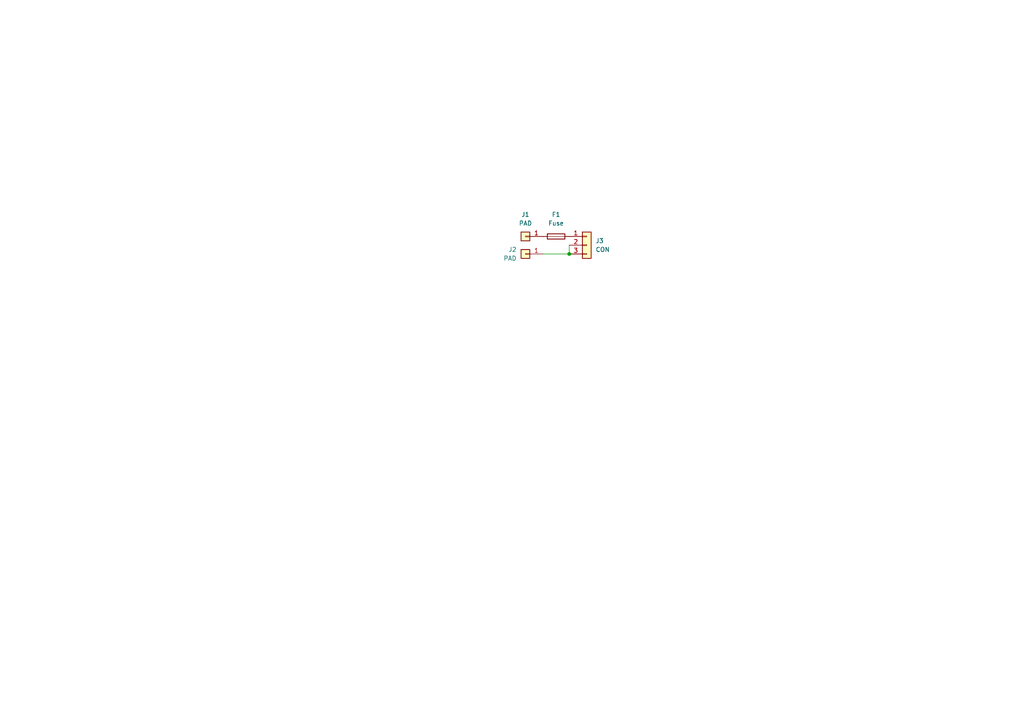
<source format=kicad_sch>
(kicad_sch (version 20211123) (generator eeschema)
  (paper "A4")
  (lib_symbols
    (symbol "Connector_Generic:Conn_01x01" (pin_names (offset 1.016) hide)
      (property "Reference" "J" (at 0 2.54 0))
      (property "Value" "Conn_01x01" (at 0 -2.54 0))
      (symbol "Conn_01x01_1_1"
        (rectangle (start -1.27 0.127) (end 0 -0.127) (stroke (width 0.1524)))
        (rectangle (start -1.27 1.27) (end 1.27 -1.27) (stroke (width 0.254)) (fill (type background)))
        (pin passive line (at -5.08 0 0) (length 3.81) (name "Pin_1") (number "1"))
      )
    )
    (symbol "Connector_Generic:Conn_01x03" (pin_names (offset 1.016) hide)
      (property "Reference" "J" (at 0 5.08 0))
      (property "Value" "Conn_01x03" (at 0 -5.08 0))
      (symbol "Conn_01x03_1_1"
        (rectangle (start -1.27 -2.413) (end 0 -2.667) (stroke (width 0.1524)))
        (rectangle (start -1.27 0.127) (end 0 -0.127) (stroke (width 0.1524)))
        (rectangle (start -1.27 2.667) (end 0 2.413) (stroke (width 0.1524)))
        (rectangle (start -1.27 3.81) (end 1.27 -3.81) (stroke (width 0.254)) (fill (type background)))
        (pin passive line (at -5.08 2.54 0) (length 3.81) (name "Pin_1") (number "1"))
        (pin passive line (at -5.08 0 0) (length 3.81) (name "Pin_2") (number "2"))
        (pin passive line (at -5.08 -2.54 0) (length 3.81) (name "Pin_3") (number "3"))
      )
    )
    (symbol "Device:Fuse" (pin_numbers hide) (pin_names (offset 0))
      (property "Reference" "F" (at 2.032 0 90))
      (property "Value" "Fuse" (at -1.905 0 90))
      (symbol "Fuse_0_1"
        (rectangle (start -0.762 -2.54) (end 0.762 2.54) (stroke (width 0.254)))
        (polyline (pts (xy 0 2.54) (xy 0 -2.54)))
      )
      (symbol "Fuse_1_1"
        (pin passive line (at 0 3.81 270) (length 1.27) (name "~") (number "1"))
        (pin passive line (at 0 -3.81 90) (length 1.27) (name "~") (number "2"))
      )
    )
  )
  (junction (at 165.1 73.66))
  (wire (pts (xy 165.1 71.12) (xy 165.1 73.66)))
  (wire (pts (xy 165.1 73.66) (xy 157.48 73.66)))
  (symbol (lib_id "Connector_Generic:Conn_01x03") (at 170.18 71.12 0) (unit 1)
    (property "Reference" "J3" (at 172.72 69.8499 0) (effects (justify left)))
    (property "Value" "CON" (at 172.72 72.3899 0) (effects (justify left)))
    (property "Footprint" "Connector_PinHeader_2.54mm:PinHeader_1x03_P2.54mm_Vertical" (effects hide))
  )
  (symbol (lib_id "Connector_Generic:Conn_01x01") (at 152.4 68.58 180) (unit 1)
    (property "Reference" "J1" (at 152.4 62.23 0))
    (property "Value" "PAD" (at 152.4 64.77 0))
    (property "Footprint" "otter:18650-pad" (effects hide))
  )
  (symbol (lib_id "Device:Fuse") (at 161.29 68.58 90) (unit 1)
    (property "Reference" "F1" (at 161.29 62.23 90))
    (property "Value" "Fuse" (at 161.29 64.77 90))
    (property "Footprint" "otter:R_0805" (effects hide))
  )
  (symbol (lib_id "Connector_Generic:Conn_01x01") (at 152.4 73.66 180) (unit 1)
    (property "Reference" "J2" (at 149.86 72.3899 0) (effects (justify left)))
    (property "Value" "PAD" (at 149.86 74.9299 0) (effects (justify left)))
    (property "Footprint" "otter:18650-pad" (effects hide))
  )
)
</source>
